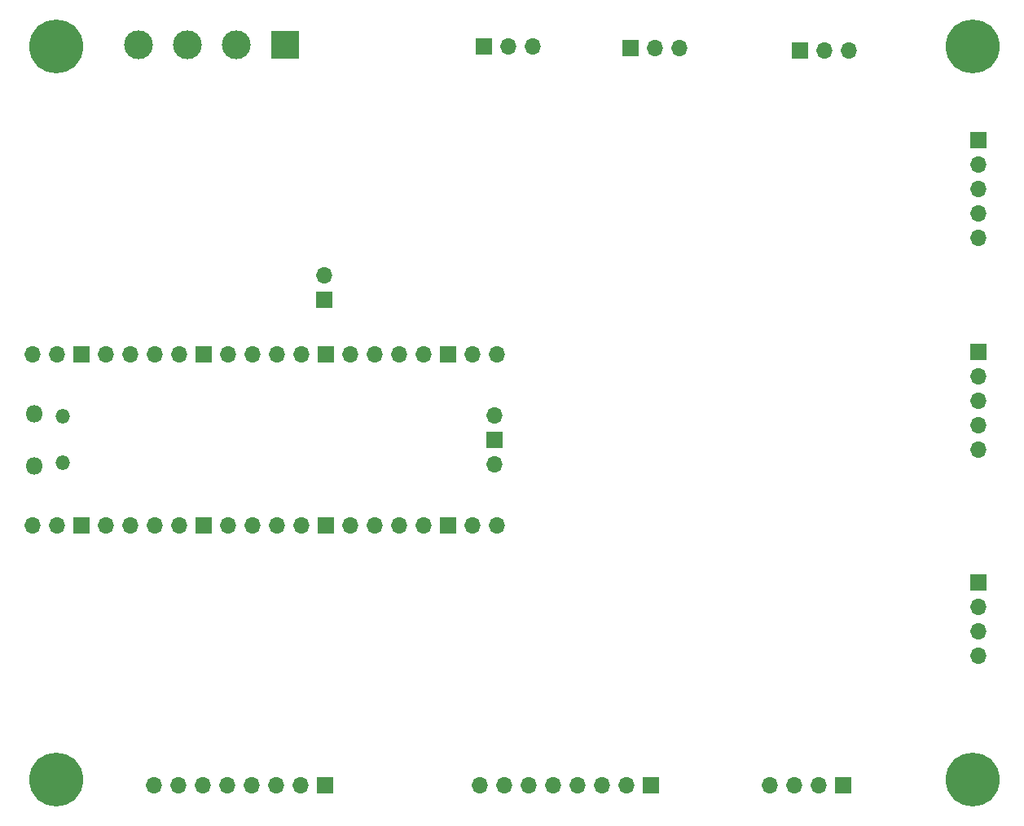
<source format=gbr>
%TF.GenerationSoftware,KiCad,Pcbnew,7.0.8*%
%TF.CreationDate,2024-01-07T20:15:44-08:00*%
%TF.ProjectId,PicoIrrigation,5069636f-4972-4726-9967-6174696f6e2e,rev?*%
%TF.SameCoordinates,Original*%
%TF.FileFunction,Soldermask,Bot*%
%TF.FilePolarity,Negative*%
%FSLAX46Y46*%
G04 Gerber Fmt 4.6, Leading zero omitted, Abs format (unit mm)*
G04 Created by KiCad (PCBNEW 7.0.8) date 2024-01-07 20:15:44*
%MOMM*%
%LPD*%
G01*
G04 APERTURE LIST*
%ADD10R,1.700000X1.700000*%
%ADD11O,1.700000X1.700000*%
%ADD12C,5.600000*%
%ADD13O,1.800000X1.800000*%
%ADD14O,1.500000X1.500000*%
%ADD15R,3.000000X3.000000*%
%ADD16C,3.000000*%
G04 APERTURE END LIST*
D10*
%TO.C,J6*%
X135860000Y-57300000D03*
D11*
X138400000Y-57300000D03*
X140940000Y-57300000D03*
%TD*%
D10*
%TO.C,J5*%
X120650000Y-57150000D03*
D11*
X123190000Y-57150000D03*
X125730000Y-57150000D03*
%TD*%
D12*
%TO.C,J1*%
X76200000Y-57150000D03*
%TD*%
D10*
%TO.C,J15*%
X104140000Y-134000000D03*
D11*
X101600000Y-134000000D03*
X99060000Y-134000000D03*
X96520000Y-134000000D03*
X93980000Y-134000000D03*
X91440000Y-134000000D03*
X88900000Y-134000000D03*
X86360000Y-134000000D03*
%TD*%
D10*
%TO.C,J7*%
X153475000Y-57600000D03*
D11*
X156015000Y-57600000D03*
X158555000Y-57600000D03*
%TD*%
D10*
%TO.C,J22*%
X172000000Y-88900000D03*
D11*
X172000000Y-91440000D03*
X172000000Y-93980000D03*
X172000000Y-96520000D03*
X172000000Y-99060000D03*
%TD*%
D12*
%TO.C,J3*%
X171450000Y-133350000D03*
%TD*%
D13*
%TO.C,U6*%
X73850000Y-100765000D03*
D14*
X76880000Y-100465000D03*
X76880000Y-95615000D03*
D13*
X73850000Y-95315000D03*
D11*
X73720000Y-106930000D03*
X76260000Y-106930000D03*
D10*
X78800000Y-106930000D03*
D11*
X81340000Y-106930000D03*
X83880000Y-106930000D03*
X86420000Y-106930000D03*
X88960000Y-106930000D03*
D10*
X91500000Y-106930000D03*
D11*
X94040000Y-106930000D03*
X96580000Y-106930000D03*
X99120000Y-106930000D03*
X101660000Y-106930000D03*
D10*
X104200000Y-106930000D03*
D11*
X106740000Y-106930000D03*
X109280000Y-106930000D03*
X111820000Y-106930000D03*
X114360000Y-106930000D03*
D10*
X116900000Y-106930000D03*
D11*
X119440000Y-106930000D03*
X121980000Y-106930000D03*
X121980000Y-89150000D03*
X119440000Y-89150000D03*
D10*
X116900000Y-89150000D03*
D11*
X114360000Y-89150000D03*
X111820000Y-89150000D03*
X109280000Y-89150000D03*
X106740000Y-89150000D03*
D10*
X104200000Y-89150000D03*
D11*
X101660000Y-89150000D03*
X99120000Y-89150000D03*
X96580000Y-89150000D03*
X94040000Y-89150000D03*
D10*
X91500000Y-89150000D03*
D11*
X88960000Y-89150000D03*
X86420000Y-89150000D03*
X83880000Y-89150000D03*
X81340000Y-89150000D03*
D10*
X78800000Y-89150000D03*
D11*
X76260000Y-89150000D03*
X73720000Y-89150000D03*
X121750000Y-100580000D03*
D10*
X121750000Y-98040000D03*
D11*
X121750000Y-95500000D03*
%TD*%
D12*
%TO.C,J4*%
X76200000Y-133350000D03*
%TD*%
D10*
%TO.C,J16*%
X138000000Y-134000000D03*
D11*
X135460000Y-134000000D03*
X132920000Y-134000000D03*
X130380000Y-134000000D03*
X127840000Y-134000000D03*
X125300000Y-134000000D03*
X122760000Y-134000000D03*
X120220000Y-134000000D03*
%TD*%
D10*
%TO.C,J13*%
X172000000Y-112920000D03*
D11*
X172000000Y-115460000D03*
X172000000Y-118000000D03*
X172000000Y-120540000D03*
%TD*%
D10*
%TO.C,J21*%
X172000000Y-66920000D03*
D11*
X172000000Y-69460000D03*
X172000000Y-72000000D03*
X172000000Y-74540000D03*
X172000000Y-77080000D03*
%TD*%
D12*
%TO.C,J2*%
X171450000Y-57150000D03*
%TD*%
D15*
%TO.C,J17*%
X100000000Y-57000000D03*
D16*
X94920000Y-57000000D03*
X89840000Y-57000000D03*
X84760000Y-57000000D03*
%TD*%
D10*
%TO.C,J8*%
X104000000Y-83540000D03*
D11*
X104000000Y-81000000D03*
%TD*%
D10*
%TO.C,J14*%
X158000000Y-134000000D03*
D11*
X155460000Y-134000000D03*
X152920000Y-134000000D03*
X150380000Y-134000000D03*
%TD*%
M02*

</source>
